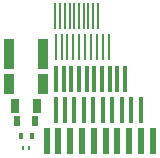
<source format=gbr>
%TF.GenerationSoftware,KiCad,Pcbnew,(5.1.6-0-10_14)*%
%TF.CreationDate,2021-01-22T11:09:43+09:00*%
%TF.ProjectId,test01,74657374-3031-42e6-9b69-6361645f7063,rev?*%
%TF.SameCoordinates,Original*%
%TF.FileFunction,Paste,Top*%
%TF.FilePolarity,Positive*%
%FSLAX46Y46*%
G04 Gerber Fmt 4.6, Leading zero omitted, Abs format (unit mm)*
G04 Created by KiCad (PCBNEW (5.1.6-0-10_14)) date 2021-01-22 11:09:43*
%MOMM*%
%LPD*%
G01*
G04 APERTURE LIST*
%ADD10R,0.200000X2.200000*%
%ADD11R,0.900000X2.500000*%
%ADD12R,0.900000X1.700000*%
%ADD13R,0.700000X1.300000*%
%ADD14R,0.500000X0.900000*%
%ADD15R,0.400000X0.600000*%
%ADD16R,0.280000X0.430000*%
%ADD17R,0.600000X2.200000*%
%ADD18R,0.450000X2.200000*%
%ADD19R,0.350000X2.200000*%
%ADD20R,0.250000X2.200000*%
G04 APERTURE END LIST*
D10*
%TO.C,P.1*%
X161630000Y-41910000D03*
X161230000Y-41910000D03*
X160830000Y-41910000D03*
X160430000Y-41910000D03*
X160030000Y-41910000D03*
X159630000Y-41910000D03*
X159230000Y-41910000D03*
X158830000Y-41910000D03*
X158430000Y-41910000D03*
X158030000Y-41910000D03*
%TD*%
D11*
%TO.C,R3225(1210)1*%
X154116300Y-45093700D03*
X157016300Y-45093700D03*
%TD*%
D12*
%TO.C,R3216(1206)1*%
X154116300Y-47633700D03*
X157016300Y-47633700D03*
%TD*%
D13*
%TO.C,R2012(0805)1*%
X154616300Y-49538700D03*
X156516300Y-49538700D03*
%TD*%
D14*
%TO.C,R1608(0603)1*%
X154816300Y-50808700D03*
X156316300Y-50808700D03*
%TD*%
D15*
%TO.C,R1005(0402)1*%
X155116300Y-52078700D03*
X156016300Y-52078700D03*
%TD*%
D16*
%TO.C,R0603(0201)1*%
X155306300Y-53082000D03*
X155826300Y-53082000D03*
%TD*%
D17*
%TO.C,P5*%
X166280000Y-52500000D03*
X165280000Y-52500000D03*
X164280000Y-52500000D03*
X163280000Y-52500000D03*
X162280000Y-52500000D03*
X161280000Y-52500000D03*
X160280000Y-52500000D03*
X159280000Y-52500000D03*
X158280000Y-52500000D03*
X157280000Y-52500000D03*
%TD*%
D18*
%TO.C,P.4*%
X165250000Y-49870000D03*
X164450000Y-49870000D03*
X163650000Y-49870000D03*
X162850000Y-49870000D03*
X162050000Y-49870000D03*
X161250000Y-49870000D03*
X160450000Y-49870000D03*
X159650000Y-49870000D03*
X158850000Y-49870000D03*
X158050000Y-49870000D03*
%TD*%
D19*
%TO.C,P.3*%
X163925000Y-47220000D03*
X163275000Y-47220000D03*
X162625000Y-47220000D03*
X161975000Y-47220000D03*
X161325000Y-47220000D03*
X160675000Y-47220000D03*
X160025000Y-47220000D03*
X159375000Y-47220000D03*
X158725000Y-47220000D03*
X158075000Y-47220000D03*
%TD*%
D20*
%TO.C,P.2*%
X162550000Y-44540000D03*
X162050000Y-44540000D03*
X161550000Y-44540000D03*
X161050000Y-44540000D03*
X160550000Y-44540000D03*
X160050000Y-44540000D03*
X159550000Y-44540000D03*
X159050000Y-44540000D03*
X158550000Y-44540000D03*
X158050000Y-44540000D03*
%TD*%
M02*

</source>
